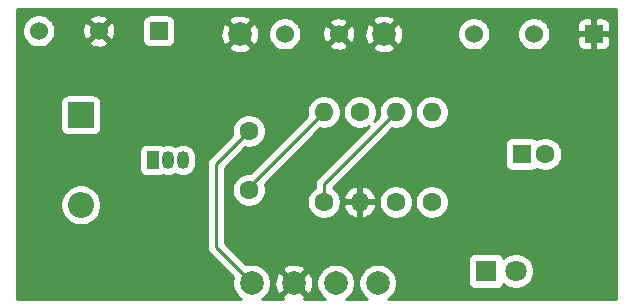
<source format=gbr>
G04 #@! TF.GenerationSoftware,KiCad,Pcbnew,(5.1.5-0-10_14)*
G04 #@! TF.CreationDate,2020-05-25T08:50:42-06:00*
G04 #@! TF.ProjectId,SHO,53484f2e-6b69-4636-9164-5f7063625858,rev?*
G04 #@! TF.SameCoordinates,Original*
G04 #@! TF.FileFunction,Copper,L2,Bot*
G04 #@! TF.FilePolarity,Positive*
%FSLAX46Y46*%
G04 Gerber Fmt 4.6, Leading zero omitted, Abs format (unit mm)*
G04 Created by KiCad (PCBNEW (5.1.5-0-10_14)) date 2020-05-25 08:50:42*
%MOMM*%
%LPD*%
G04 APERTURE LIST*
%ADD10C,1.524000*%
%ADD11R,1.524000X1.524000*%
%ADD12O,2.200000X2.200000*%
%ADD13R,2.200000X2.200000*%
%ADD14O,1.600000X1.600000*%
%ADD15C,1.600000*%
%ADD16C,2.000000*%
%ADD17C,1.800000*%
%ADD18R,1.800000X1.800000*%
%ADD19R,1.600000X1.600000*%
%ADD20R,1.050000X1.500000*%
%ADD21O,1.050000X1.500000*%
%ADD22C,0.250000*%
%ADD23C,0.254000*%
G04 APERTURE END LIST*
D10*
X191262000Y-96774000D03*
X196342000Y-96774000D03*
D11*
X201422000Y-96774000D03*
D10*
X154432000Y-96520000D03*
X159512000Y-96520000D03*
D11*
X164592000Y-96520000D03*
D12*
X157988000Y-111252000D03*
D13*
X157988000Y-103632000D03*
D10*
X179832000Y-96774000D03*
X175260000Y-96774000D03*
D14*
X187706000Y-103378000D03*
D15*
X187706000Y-110998000D03*
D16*
X183642000Y-96774000D03*
X171450000Y-96774000D03*
X183134000Y-117856000D03*
X176022000Y-117856000D03*
X179578000Y-117856000D03*
X172466000Y-117856000D03*
D17*
X194818000Y-116840000D03*
D18*
X192278000Y-116840000D03*
D15*
X181610000Y-103378000D03*
D14*
X181610000Y-110998000D03*
D15*
X172212000Y-109982000D03*
X172212000Y-104982000D03*
X197326000Y-106934000D03*
D19*
X195326000Y-106934000D03*
D20*
X164084000Y-107442000D03*
D21*
X166624000Y-107442000D03*
X165354000Y-107442000D03*
D15*
X178562000Y-110998000D03*
D14*
X178562000Y-103378000D03*
D15*
X184658000Y-110998000D03*
D14*
X184658000Y-103378000D03*
D22*
X172212000Y-109728000D02*
X172212000Y-109982000D01*
X178562000Y-103378000D02*
X172212000Y-109728000D01*
X178562000Y-109474000D02*
X178562000Y-110998000D01*
X184658000Y-103378000D02*
X178562000Y-109474000D01*
X171466001Y-116856001D02*
X172466000Y-117856000D01*
X169418000Y-114808000D02*
X171466001Y-116856001D01*
X169418000Y-107776000D02*
X169418000Y-114808000D01*
X172212000Y-104982000D02*
X169418000Y-107776000D01*
X192278000Y-116840000D02*
X192532000Y-116586000D01*
D23*
G36*
X203302001Y-119228000D02*
G01*
X184023579Y-119228000D01*
X184176252Y-119125987D01*
X184403987Y-118898252D01*
X184582918Y-118630463D01*
X184706168Y-118332912D01*
X184769000Y-118017033D01*
X184769000Y-117694967D01*
X184706168Y-117379088D01*
X184582918Y-117081537D01*
X184403987Y-116813748D01*
X184176252Y-116586013D01*
X183908463Y-116407082D01*
X183610912Y-116283832D01*
X183295033Y-116221000D01*
X182972967Y-116221000D01*
X182657088Y-116283832D01*
X182359537Y-116407082D01*
X182091748Y-116586013D01*
X181864013Y-116813748D01*
X181685082Y-117081537D01*
X181561832Y-117379088D01*
X181499000Y-117694967D01*
X181499000Y-118017033D01*
X181561832Y-118332912D01*
X181685082Y-118630463D01*
X181864013Y-118898252D01*
X182091748Y-119125987D01*
X182244421Y-119228000D01*
X180467579Y-119228000D01*
X180620252Y-119125987D01*
X180847987Y-118898252D01*
X181026918Y-118630463D01*
X181150168Y-118332912D01*
X181213000Y-118017033D01*
X181213000Y-117694967D01*
X181150168Y-117379088D01*
X181026918Y-117081537D01*
X180847987Y-116813748D01*
X180620252Y-116586013D01*
X180352463Y-116407082D01*
X180054912Y-116283832D01*
X179739033Y-116221000D01*
X179416967Y-116221000D01*
X179101088Y-116283832D01*
X178803537Y-116407082D01*
X178535748Y-116586013D01*
X178308013Y-116813748D01*
X178129082Y-117081537D01*
X178005832Y-117379088D01*
X177943000Y-117694967D01*
X177943000Y-118017033D01*
X178005832Y-118332912D01*
X178129082Y-118630463D01*
X178308013Y-118898252D01*
X178535748Y-119125987D01*
X178688421Y-119228000D01*
X176892118Y-119228000D01*
X176977808Y-118991413D01*
X176022000Y-118035605D01*
X175066192Y-118991413D01*
X175151882Y-119228000D01*
X173355579Y-119228000D01*
X173508252Y-119125987D01*
X173735987Y-118898252D01*
X173914918Y-118630463D01*
X174038168Y-118332912D01*
X174101000Y-118017033D01*
X174101000Y-117918595D01*
X174380282Y-117918595D01*
X174424039Y-118237675D01*
X174529205Y-118542088D01*
X174622186Y-118716044D01*
X174886587Y-118811808D01*
X175842395Y-117856000D01*
X176201605Y-117856000D01*
X177157413Y-118811808D01*
X177421814Y-118716044D01*
X177562704Y-118426429D01*
X177644384Y-118114892D01*
X177663718Y-117793405D01*
X177619961Y-117474325D01*
X177514795Y-117169912D01*
X177421814Y-116995956D01*
X177157413Y-116900192D01*
X176201605Y-117856000D01*
X175842395Y-117856000D01*
X174886587Y-116900192D01*
X174622186Y-116995956D01*
X174481296Y-117285571D01*
X174399616Y-117597108D01*
X174380282Y-117918595D01*
X174101000Y-117918595D01*
X174101000Y-117694967D01*
X174038168Y-117379088D01*
X173914918Y-117081537D01*
X173735987Y-116813748D01*
X173642826Y-116720587D01*
X175066192Y-116720587D01*
X176022000Y-117676395D01*
X176977808Y-116720587D01*
X176882044Y-116456186D01*
X176592429Y-116315296D01*
X176280892Y-116233616D01*
X175959405Y-116214282D01*
X175640325Y-116258039D01*
X175335912Y-116363205D01*
X175161956Y-116456186D01*
X175066192Y-116720587D01*
X173642826Y-116720587D01*
X173508252Y-116586013D01*
X173240463Y-116407082D01*
X172942912Y-116283832D01*
X172627033Y-116221000D01*
X172304967Y-116221000D01*
X171989088Y-116283832D01*
X171974625Y-116289823D01*
X171624802Y-115940000D01*
X190739928Y-115940000D01*
X190739928Y-117740000D01*
X190752188Y-117864482D01*
X190788498Y-117984180D01*
X190847463Y-118094494D01*
X190926815Y-118191185D01*
X191023506Y-118270537D01*
X191133820Y-118329502D01*
X191253518Y-118365812D01*
X191378000Y-118378072D01*
X193178000Y-118378072D01*
X193302482Y-118365812D01*
X193422180Y-118329502D01*
X193532494Y-118270537D01*
X193629185Y-118191185D01*
X193708537Y-118094494D01*
X193767502Y-117984180D01*
X193773056Y-117965873D01*
X193839495Y-118032312D01*
X194090905Y-118200299D01*
X194370257Y-118316011D01*
X194666816Y-118375000D01*
X194969184Y-118375000D01*
X195265743Y-118316011D01*
X195545095Y-118200299D01*
X195796505Y-118032312D01*
X196010312Y-117818505D01*
X196178299Y-117567095D01*
X196294011Y-117287743D01*
X196353000Y-116991184D01*
X196353000Y-116688816D01*
X196294011Y-116392257D01*
X196178299Y-116112905D01*
X196010312Y-115861495D01*
X195796505Y-115647688D01*
X195545095Y-115479701D01*
X195265743Y-115363989D01*
X194969184Y-115305000D01*
X194666816Y-115305000D01*
X194370257Y-115363989D01*
X194090905Y-115479701D01*
X193839495Y-115647688D01*
X193773056Y-115714127D01*
X193767502Y-115695820D01*
X193708537Y-115585506D01*
X193629185Y-115488815D01*
X193532494Y-115409463D01*
X193422180Y-115350498D01*
X193302482Y-115314188D01*
X193178000Y-115301928D01*
X191378000Y-115301928D01*
X191253518Y-115314188D01*
X191133820Y-115350498D01*
X191023506Y-115409463D01*
X190926815Y-115488815D01*
X190847463Y-115585506D01*
X190788498Y-115695820D01*
X190752188Y-115815518D01*
X190739928Y-115940000D01*
X171624802Y-115940000D01*
X170178000Y-114493199D01*
X170178000Y-109840665D01*
X170777000Y-109840665D01*
X170777000Y-110123335D01*
X170832147Y-110400574D01*
X170940320Y-110661727D01*
X171097363Y-110896759D01*
X171297241Y-111096637D01*
X171532273Y-111253680D01*
X171793426Y-111361853D01*
X172070665Y-111417000D01*
X172353335Y-111417000D01*
X172630574Y-111361853D01*
X172891727Y-111253680D01*
X173126759Y-111096637D01*
X173326637Y-110896759D01*
X173353426Y-110856665D01*
X177127000Y-110856665D01*
X177127000Y-111139335D01*
X177182147Y-111416574D01*
X177290320Y-111677727D01*
X177447363Y-111912759D01*
X177647241Y-112112637D01*
X177882273Y-112269680D01*
X178143426Y-112377853D01*
X178420665Y-112433000D01*
X178703335Y-112433000D01*
X178980574Y-112377853D01*
X179241727Y-112269680D01*
X179476759Y-112112637D01*
X179676637Y-111912759D01*
X179833680Y-111677727D01*
X179941853Y-111416574D01*
X179955684Y-111347040D01*
X180218091Y-111347040D01*
X180312930Y-111611881D01*
X180457615Y-111853131D01*
X180646586Y-112061519D01*
X180872580Y-112229037D01*
X181126913Y-112349246D01*
X181260961Y-112389904D01*
X181483000Y-112267915D01*
X181483000Y-111125000D01*
X181737000Y-111125000D01*
X181737000Y-112267915D01*
X181959039Y-112389904D01*
X182093087Y-112349246D01*
X182347420Y-112229037D01*
X182573414Y-112061519D01*
X182762385Y-111853131D01*
X182907070Y-111611881D01*
X183001909Y-111347040D01*
X182880624Y-111125000D01*
X181737000Y-111125000D01*
X181483000Y-111125000D01*
X180339376Y-111125000D01*
X180218091Y-111347040D01*
X179955684Y-111347040D01*
X179997000Y-111139335D01*
X179997000Y-110856665D01*
X179955685Y-110648960D01*
X180218091Y-110648960D01*
X180339376Y-110871000D01*
X181483000Y-110871000D01*
X181483000Y-109728085D01*
X181737000Y-109728085D01*
X181737000Y-110871000D01*
X182880624Y-110871000D01*
X182888454Y-110856665D01*
X183223000Y-110856665D01*
X183223000Y-111139335D01*
X183278147Y-111416574D01*
X183386320Y-111677727D01*
X183543363Y-111912759D01*
X183743241Y-112112637D01*
X183978273Y-112269680D01*
X184239426Y-112377853D01*
X184516665Y-112433000D01*
X184799335Y-112433000D01*
X185076574Y-112377853D01*
X185337727Y-112269680D01*
X185572759Y-112112637D01*
X185772637Y-111912759D01*
X185929680Y-111677727D01*
X186037853Y-111416574D01*
X186093000Y-111139335D01*
X186093000Y-110856665D01*
X186271000Y-110856665D01*
X186271000Y-111139335D01*
X186326147Y-111416574D01*
X186434320Y-111677727D01*
X186591363Y-111912759D01*
X186791241Y-112112637D01*
X187026273Y-112269680D01*
X187287426Y-112377853D01*
X187564665Y-112433000D01*
X187847335Y-112433000D01*
X188124574Y-112377853D01*
X188385727Y-112269680D01*
X188620759Y-112112637D01*
X188820637Y-111912759D01*
X188977680Y-111677727D01*
X189085853Y-111416574D01*
X189141000Y-111139335D01*
X189141000Y-110856665D01*
X189085853Y-110579426D01*
X188977680Y-110318273D01*
X188820637Y-110083241D01*
X188620759Y-109883363D01*
X188385727Y-109726320D01*
X188124574Y-109618147D01*
X187847335Y-109563000D01*
X187564665Y-109563000D01*
X187287426Y-109618147D01*
X187026273Y-109726320D01*
X186791241Y-109883363D01*
X186591363Y-110083241D01*
X186434320Y-110318273D01*
X186326147Y-110579426D01*
X186271000Y-110856665D01*
X186093000Y-110856665D01*
X186037853Y-110579426D01*
X185929680Y-110318273D01*
X185772637Y-110083241D01*
X185572759Y-109883363D01*
X185337727Y-109726320D01*
X185076574Y-109618147D01*
X184799335Y-109563000D01*
X184516665Y-109563000D01*
X184239426Y-109618147D01*
X183978273Y-109726320D01*
X183743241Y-109883363D01*
X183543363Y-110083241D01*
X183386320Y-110318273D01*
X183278147Y-110579426D01*
X183223000Y-110856665D01*
X182888454Y-110856665D01*
X183001909Y-110648960D01*
X182907070Y-110384119D01*
X182762385Y-110142869D01*
X182573414Y-109934481D01*
X182347420Y-109766963D01*
X182093087Y-109646754D01*
X181959039Y-109606096D01*
X181737000Y-109728085D01*
X181483000Y-109728085D01*
X181260961Y-109606096D01*
X181126913Y-109646754D01*
X180872580Y-109766963D01*
X180646586Y-109934481D01*
X180457615Y-110142869D01*
X180312930Y-110384119D01*
X180218091Y-110648960D01*
X179955685Y-110648960D01*
X179941853Y-110579426D01*
X179833680Y-110318273D01*
X179676637Y-110083241D01*
X179476759Y-109883363D01*
X179327302Y-109783499D01*
X182976801Y-106134000D01*
X193887928Y-106134000D01*
X193887928Y-107734000D01*
X193900188Y-107858482D01*
X193936498Y-107978180D01*
X193995463Y-108088494D01*
X194074815Y-108185185D01*
X194171506Y-108264537D01*
X194281820Y-108323502D01*
X194401518Y-108359812D01*
X194526000Y-108372072D01*
X196126000Y-108372072D01*
X196250482Y-108359812D01*
X196370180Y-108323502D01*
X196480494Y-108264537D01*
X196577185Y-108185185D01*
X196590790Y-108168607D01*
X196646273Y-108205680D01*
X196907426Y-108313853D01*
X197184665Y-108369000D01*
X197467335Y-108369000D01*
X197744574Y-108313853D01*
X198005727Y-108205680D01*
X198240759Y-108048637D01*
X198440637Y-107848759D01*
X198597680Y-107613727D01*
X198705853Y-107352574D01*
X198761000Y-107075335D01*
X198761000Y-106792665D01*
X198705853Y-106515426D01*
X198597680Y-106254273D01*
X198440637Y-106019241D01*
X198240759Y-105819363D01*
X198005727Y-105662320D01*
X197744574Y-105554147D01*
X197467335Y-105499000D01*
X197184665Y-105499000D01*
X196907426Y-105554147D01*
X196646273Y-105662320D01*
X196590790Y-105699393D01*
X196577185Y-105682815D01*
X196480494Y-105603463D01*
X196370180Y-105544498D01*
X196250482Y-105508188D01*
X196126000Y-105495928D01*
X194526000Y-105495928D01*
X194401518Y-105508188D01*
X194281820Y-105544498D01*
X194171506Y-105603463D01*
X194074815Y-105682815D01*
X193995463Y-105779506D01*
X193936498Y-105889820D01*
X193900188Y-106009518D01*
X193887928Y-106134000D01*
X182976801Y-106134000D01*
X184334114Y-104776688D01*
X184516665Y-104813000D01*
X184799335Y-104813000D01*
X185076574Y-104757853D01*
X185337727Y-104649680D01*
X185572759Y-104492637D01*
X185772637Y-104292759D01*
X185929680Y-104057727D01*
X186037853Y-103796574D01*
X186093000Y-103519335D01*
X186093000Y-103236665D01*
X186271000Y-103236665D01*
X186271000Y-103519335D01*
X186326147Y-103796574D01*
X186434320Y-104057727D01*
X186591363Y-104292759D01*
X186791241Y-104492637D01*
X187026273Y-104649680D01*
X187287426Y-104757853D01*
X187564665Y-104813000D01*
X187847335Y-104813000D01*
X188124574Y-104757853D01*
X188385727Y-104649680D01*
X188620759Y-104492637D01*
X188820637Y-104292759D01*
X188977680Y-104057727D01*
X189085853Y-103796574D01*
X189141000Y-103519335D01*
X189141000Y-103236665D01*
X189085853Y-102959426D01*
X188977680Y-102698273D01*
X188820637Y-102463241D01*
X188620759Y-102263363D01*
X188385727Y-102106320D01*
X188124574Y-101998147D01*
X187847335Y-101943000D01*
X187564665Y-101943000D01*
X187287426Y-101998147D01*
X187026273Y-102106320D01*
X186791241Y-102263363D01*
X186591363Y-102463241D01*
X186434320Y-102698273D01*
X186326147Y-102959426D01*
X186271000Y-103236665D01*
X186093000Y-103236665D01*
X186037853Y-102959426D01*
X185929680Y-102698273D01*
X185772637Y-102463241D01*
X185572759Y-102263363D01*
X185337727Y-102106320D01*
X185076574Y-101998147D01*
X184799335Y-101943000D01*
X184516665Y-101943000D01*
X184239426Y-101998147D01*
X183978273Y-102106320D01*
X183743241Y-102263363D01*
X183543363Y-102463241D01*
X183386320Y-102698273D01*
X183278147Y-102959426D01*
X183223000Y-103236665D01*
X183223000Y-103519335D01*
X183259312Y-103701886D01*
X182837800Y-104123398D01*
X182881680Y-104057727D01*
X182989853Y-103796574D01*
X183045000Y-103519335D01*
X183045000Y-103236665D01*
X182989853Y-102959426D01*
X182881680Y-102698273D01*
X182724637Y-102463241D01*
X182524759Y-102263363D01*
X182289727Y-102106320D01*
X182028574Y-101998147D01*
X181751335Y-101943000D01*
X181468665Y-101943000D01*
X181191426Y-101998147D01*
X180930273Y-102106320D01*
X180695241Y-102263363D01*
X180495363Y-102463241D01*
X180338320Y-102698273D01*
X180230147Y-102959426D01*
X180175000Y-103236665D01*
X180175000Y-103519335D01*
X180230147Y-103796574D01*
X180338320Y-104057727D01*
X180495363Y-104292759D01*
X180695241Y-104492637D01*
X180930273Y-104649680D01*
X181191426Y-104757853D01*
X181468665Y-104813000D01*
X181751335Y-104813000D01*
X182028574Y-104757853D01*
X182289727Y-104649680D01*
X182355398Y-104605800D01*
X178051003Y-108910196D01*
X178021999Y-108933999D01*
X177966871Y-109001174D01*
X177927026Y-109049724D01*
X177856455Y-109181753D01*
X177856454Y-109181754D01*
X177812997Y-109325015D01*
X177802000Y-109436668D01*
X177802000Y-109436678D01*
X177798324Y-109474000D01*
X177802000Y-109511323D01*
X177802000Y-109779956D01*
X177647241Y-109883363D01*
X177447363Y-110083241D01*
X177290320Y-110318273D01*
X177182147Y-110579426D01*
X177127000Y-110856665D01*
X173353426Y-110856665D01*
X173483680Y-110661727D01*
X173591853Y-110400574D01*
X173647000Y-110123335D01*
X173647000Y-109840665D01*
X173591853Y-109563426D01*
X173550708Y-109464093D01*
X178238114Y-104776688D01*
X178420665Y-104813000D01*
X178703335Y-104813000D01*
X178980574Y-104757853D01*
X179241727Y-104649680D01*
X179476759Y-104492637D01*
X179676637Y-104292759D01*
X179833680Y-104057727D01*
X179941853Y-103796574D01*
X179997000Y-103519335D01*
X179997000Y-103236665D01*
X179941853Y-102959426D01*
X179833680Y-102698273D01*
X179676637Y-102463241D01*
X179476759Y-102263363D01*
X179241727Y-102106320D01*
X178980574Y-101998147D01*
X178703335Y-101943000D01*
X178420665Y-101943000D01*
X178143426Y-101998147D01*
X177882273Y-102106320D01*
X177647241Y-102263363D01*
X177447363Y-102463241D01*
X177290320Y-102698273D01*
X177182147Y-102959426D01*
X177127000Y-103236665D01*
X177127000Y-103519335D01*
X177163312Y-103701886D01*
X172318199Y-108547000D01*
X172070665Y-108547000D01*
X171793426Y-108602147D01*
X171532273Y-108710320D01*
X171297241Y-108867363D01*
X171097363Y-109067241D01*
X170940320Y-109302273D01*
X170832147Y-109563426D01*
X170777000Y-109840665D01*
X170178000Y-109840665D01*
X170178000Y-108090801D01*
X171888114Y-106380688D01*
X172070665Y-106417000D01*
X172353335Y-106417000D01*
X172630574Y-106361853D01*
X172891727Y-106253680D01*
X173126759Y-106096637D01*
X173326637Y-105896759D01*
X173483680Y-105661727D01*
X173591853Y-105400574D01*
X173647000Y-105123335D01*
X173647000Y-104840665D01*
X173591853Y-104563426D01*
X173483680Y-104302273D01*
X173326637Y-104067241D01*
X173126759Y-103867363D01*
X172891727Y-103710320D01*
X172630574Y-103602147D01*
X172353335Y-103547000D01*
X172070665Y-103547000D01*
X171793426Y-103602147D01*
X171532273Y-103710320D01*
X171297241Y-103867363D01*
X171097363Y-104067241D01*
X170940320Y-104302273D01*
X170832147Y-104563426D01*
X170777000Y-104840665D01*
X170777000Y-105123335D01*
X170813312Y-105305886D01*
X168907003Y-107212196D01*
X168877999Y-107235999D01*
X168822871Y-107303174D01*
X168783026Y-107351724D01*
X168782572Y-107352574D01*
X168712454Y-107483754D01*
X168668997Y-107627015D01*
X168658000Y-107738668D01*
X168658000Y-107738678D01*
X168654324Y-107776000D01*
X168658000Y-107813323D01*
X168658001Y-114770668D01*
X168654324Y-114808000D01*
X168668998Y-114956985D01*
X168712454Y-115100246D01*
X168783026Y-115232276D01*
X168840189Y-115301928D01*
X168878000Y-115348001D01*
X168906998Y-115371799D01*
X170899823Y-117364625D01*
X170893832Y-117379088D01*
X170831000Y-117694967D01*
X170831000Y-118017033D01*
X170893832Y-118332912D01*
X171017082Y-118630463D01*
X171196013Y-118898252D01*
X171423748Y-119125987D01*
X171576421Y-119228000D01*
X152552000Y-119228000D01*
X152552000Y-111081117D01*
X156253000Y-111081117D01*
X156253000Y-111422883D01*
X156319675Y-111758081D01*
X156450463Y-112073831D01*
X156640337Y-112357998D01*
X156882002Y-112599663D01*
X157166169Y-112789537D01*
X157481919Y-112920325D01*
X157817117Y-112987000D01*
X158158883Y-112987000D01*
X158494081Y-112920325D01*
X158809831Y-112789537D01*
X159093998Y-112599663D01*
X159335663Y-112357998D01*
X159525537Y-112073831D01*
X159656325Y-111758081D01*
X159723000Y-111422883D01*
X159723000Y-111081117D01*
X159656325Y-110745919D01*
X159525537Y-110430169D01*
X159335663Y-110146002D01*
X159093998Y-109904337D01*
X158809831Y-109714463D01*
X158494081Y-109583675D01*
X158158883Y-109517000D01*
X157817117Y-109517000D01*
X157481919Y-109583675D01*
X157166169Y-109714463D01*
X156882002Y-109904337D01*
X156640337Y-110146002D01*
X156450463Y-110430169D01*
X156319675Y-110745919D01*
X156253000Y-111081117D01*
X152552000Y-111081117D01*
X152552000Y-106692000D01*
X162920928Y-106692000D01*
X162920928Y-108192000D01*
X162933188Y-108316482D01*
X162969498Y-108436180D01*
X163028463Y-108546494D01*
X163107815Y-108643185D01*
X163204506Y-108722537D01*
X163314820Y-108781502D01*
X163434518Y-108817812D01*
X163559000Y-108830072D01*
X164609000Y-108830072D01*
X164733482Y-108817812D01*
X164853180Y-108781502D01*
X164917902Y-108746907D01*
X165126601Y-108810215D01*
X165354000Y-108832612D01*
X165581400Y-108810215D01*
X165800060Y-108743885D01*
X165989001Y-108642894D01*
X166177941Y-108743885D01*
X166396601Y-108810215D01*
X166624000Y-108832612D01*
X166851400Y-108810215D01*
X167070060Y-108743885D01*
X167271579Y-108636171D01*
X167448212Y-108491212D01*
X167593171Y-108314579D01*
X167700885Y-108113059D01*
X167767215Y-107894399D01*
X167784000Y-107723978D01*
X167784000Y-107160021D01*
X167767215Y-106989600D01*
X167700885Y-106770940D01*
X167593171Y-106569421D01*
X167448212Y-106392788D01*
X167271578Y-106247829D01*
X167070059Y-106140115D01*
X166851399Y-106073785D01*
X166624000Y-106051388D01*
X166396600Y-106073785D01*
X166177940Y-106140115D01*
X165989000Y-106241106D01*
X165800059Y-106140115D01*
X165581399Y-106073785D01*
X165354000Y-106051388D01*
X165126600Y-106073785D01*
X164917902Y-106137093D01*
X164853180Y-106102498D01*
X164733482Y-106066188D01*
X164609000Y-106053928D01*
X163559000Y-106053928D01*
X163434518Y-106066188D01*
X163314820Y-106102498D01*
X163204506Y-106161463D01*
X163107815Y-106240815D01*
X163028463Y-106337506D01*
X162969498Y-106447820D01*
X162933188Y-106567518D01*
X162920928Y-106692000D01*
X152552000Y-106692000D01*
X152552000Y-102532000D01*
X156249928Y-102532000D01*
X156249928Y-104732000D01*
X156262188Y-104856482D01*
X156298498Y-104976180D01*
X156357463Y-105086494D01*
X156436815Y-105183185D01*
X156533506Y-105262537D01*
X156643820Y-105321502D01*
X156763518Y-105357812D01*
X156888000Y-105370072D01*
X159088000Y-105370072D01*
X159212482Y-105357812D01*
X159332180Y-105321502D01*
X159442494Y-105262537D01*
X159539185Y-105183185D01*
X159618537Y-105086494D01*
X159677502Y-104976180D01*
X159713812Y-104856482D01*
X159726072Y-104732000D01*
X159726072Y-102532000D01*
X159713812Y-102407518D01*
X159677502Y-102287820D01*
X159618537Y-102177506D01*
X159539185Y-102080815D01*
X159442494Y-102001463D01*
X159332180Y-101942498D01*
X159212482Y-101906188D01*
X159088000Y-101893928D01*
X156888000Y-101893928D01*
X156763518Y-101906188D01*
X156643820Y-101942498D01*
X156533506Y-102001463D01*
X156436815Y-102080815D01*
X156357463Y-102177506D01*
X156298498Y-102287820D01*
X156262188Y-102407518D01*
X156249928Y-102532000D01*
X152552000Y-102532000D01*
X152552000Y-96382408D01*
X153035000Y-96382408D01*
X153035000Y-96657592D01*
X153088686Y-96927490D01*
X153193995Y-97181727D01*
X153346880Y-97410535D01*
X153541465Y-97605120D01*
X153770273Y-97758005D01*
X154024510Y-97863314D01*
X154294408Y-97917000D01*
X154569592Y-97917000D01*
X154839490Y-97863314D01*
X155093727Y-97758005D01*
X155322535Y-97605120D01*
X155442090Y-97485565D01*
X158726040Y-97485565D01*
X158793020Y-97725656D01*
X159042048Y-97842756D01*
X159309135Y-97909023D01*
X159584017Y-97921910D01*
X159856133Y-97880922D01*
X160115023Y-97787636D01*
X160230980Y-97725656D01*
X160297960Y-97485565D01*
X159512000Y-96699605D01*
X158726040Y-97485565D01*
X155442090Y-97485565D01*
X155517120Y-97410535D01*
X155670005Y-97181727D01*
X155775314Y-96927490D01*
X155829000Y-96657592D01*
X155829000Y-96592017D01*
X158110090Y-96592017D01*
X158151078Y-96864133D01*
X158244364Y-97123023D01*
X158306344Y-97238980D01*
X158546435Y-97305960D01*
X159332395Y-96520000D01*
X159691605Y-96520000D01*
X160477565Y-97305960D01*
X160717656Y-97238980D01*
X160834756Y-96989952D01*
X160901023Y-96722865D01*
X160913910Y-96447983D01*
X160872922Y-96175867D01*
X160779636Y-95916977D01*
X160717656Y-95801020D01*
X160563451Y-95758000D01*
X163191928Y-95758000D01*
X163191928Y-97282000D01*
X163204188Y-97406482D01*
X163240498Y-97526180D01*
X163299463Y-97636494D01*
X163378815Y-97733185D01*
X163475506Y-97812537D01*
X163585820Y-97871502D01*
X163705518Y-97907812D01*
X163830000Y-97920072D01*
X165354000Y-97920072D01*
X165462226Y-97909413D01*
X170494192Y-97909413D01*
X170589956Y-98173814D01*
X170879571Y-98314704D01*
X171191108Y-98396384D01*
X171512595Y-98415718D01*
X171831675Y-98371961D01*
X172136088Y-98266795D01*
X172310044Y-98173814D01*
X172405808Y-97909413D01*
X171450000Y-96953605D01*
X170494192Y-97909413D01*
X165462226Y-97909413D01*
X165478482Y-97907812D01*
X165598180Y-97871502D01*
X165708494Y-97812537D01*
X165805185Y-97733185D01*
X165884537Y-97636494D01*
X165943502Y-97526180D01*
X165979812Y-97406482D01*
X165992072Y-97282000D01*
X165992072Y-96836595D01*
X169808282Y-96836595D01*
X169852039Y-97155675D01*
X169957205Y-97460088D01*
X170050186Y-97634044D01*
X170314587Y-97729808D01*
X171270395Y-96774000D01*
X171629605Y-96774000D01*
X172585413Y-97729808D01*
X172849814Y-97634044D01*
X172990704Y-97344429D01*
X173072384Y-97032892D01*
X173091718Y-96711405D01*
X173081434Y-96636408D01*
X173863000Y-96636408D01*
X173863000Y-96911592D01*
X173916686Y-97181490D01*
X174021995Y-97435727D01*
X174174880Y-97664535D01*
X174369465Y-97859120D01*
X174598273Y-98012005D01*
X174852510Y-98117314D01*
X175122408Y-98171000D01*
X175397592Y-98171000D01*
X175667490Y-98117314D01*
X175921727Y-98012005D01*
X176150535Y-97859120D01*
X176270090Y-97739565D01*
X179046040Y-97739565D01*
X179113020Y-97979656D01*
X179362048Y-98096756D01*
X179629135Y-98163023D01*
X179904017Y-98175910D01*
X180176133Y-98134922D01*
X180435023Y-98041636D01*
X180550980Y-97979656D01*
X180570576Y-97909413D01*
X182686192Y-97909413D01*
X182781956Y-98173814D01*
X183071571Y-98314704D01*
X183383108Y-98396384D01*
X183704595Y-98415718D01*
X184023675Y-98371961D01*
X184328088Y-98266795D01*
X184502044Y-98173814D01*
X184597808Y-97909413D01*
X183642000Y-96953605D01*
X182686192Y-97909413D01*
X180570576Y-97909413D01*
X180617960Y-97739565D01*
X179832000Y-96953605D01*
X179046040Y-97739565D01*
X176270090Y-97739565D01*
X176345120Y-97664535D01*
X176498005Y-97435727D01*
X176603314Y-97181490D01*
X176657000Y-96911592D01*
X176657000Y-96846017D01*
X178430090Y-96846017D01*
X178471078Y-97118133D01*
X178564364Y-97377023D01*
X178626344Y-97492980D01*
X178866435Y-97559960D01*
X179652395Y-96774000D01*
X180011605Y-96774000D01*
X180797565Y-97559960D01*
X181037656Y-97492980D01*
X181154756Y-97243952D01*
X181221023Y-96976865D01*
X181227599Y-96836595D01*
X182000282Y-96836595D01*
X182044039Y-97155675D01*
X182149205Y-97460088D01*
X182242186Y-97634044D01*
X182506587Y-97729808D01*
X183462395Y-96774000D01*
X183821605Y-96774000D01*
X184777413Y-97729808D01*
X185041814Y-97634044D01*
X185182704Y-97344429D01*
X185264384Y-97032892D01*
X185283718Y-96711405D01*
X185273434Y-96636408D01*
X189865000Y-96636408D01*
X189865000Y-96911592D01*
X189918686Y-97181490D01*
X190023995Y-97435727D01*
X190176880Y-97664535D01*
X190371465Y-97859120D01*
X190600273Y-98012005D01*
X190854510Y-98117314D01*
X191124408Y-98171000D01*
X191399592Y-98171000D01*
X191669490Y-98117314D01*
X191923727Y-98012005D01*
X192152535Y-97859120D01*
X192347120Y-97664535D01*
X192500005Y-97435727D01*
X192605314Y-97181490D01*
X192659000Y-96911592D01*
X192659000Y-96636408D01*
X194945000Y-96636408D01*
X194945000Y-96911592D01*
X194998686Y-97181490D01*
X195103995Y-97435727D01*
X195256880Y-97664535D01*
X195451465Y-97859120D01*
X195680273Y-98012005D01*
X195934510Y-98117314D01*
X196204408Y-98171000D01*
X196479592Y-98171000D01*
X196749490Y-98117314D01*
X197003727Y-98012005D01*
X197232535Y-97859120D01*
X197427120Y-97664535D01*
X197513004Y-97536000D01*
X200021928Y-97536000D01*
X200034188Y-97660482D01*
X200070498Y-97780180D01*
X200129463Y-97890494D01*
X200208815Y-97987185D01*
X200305506Y-98066537D01*
X200415820Y-98125502D01*
X200535518Y-98161812D01*
X200660000Y-98174072D01*
X201136250Y-98171000D01*
X201295000Y-98012250D01*
X201295000Y-96901000D01*
X201549000Y-96901000D01*
X201549000Y-98012250D01*
X201707750Y-98171000D01*
X202184000Y-98174072D01*
X202308482Y-98161812D01*
X202428180Y-98125502D01*
X202538494Y-98066537D01*
X202635185Y-97987185D01*
X202714537Y-97890494D01*
X202773502Y-97780180D01*
X202809812Y-97660482D01*
X202822072Y-97536000D01*
X202819000Y-97059750D01*
X202660250Y-96901000D01*
X201549000Y-96901000D01*
X201295000Y-96901000D01*
X200183750Y-96901000D01*
X200025000Y-97059750D01*
X200021928Y-97536000D01*
X197513004Y-97536000D01*
X197580005Y-97435727D01*
X197685314Y-97181490D01*
X197739000Y-96911592D01*
X197739000Y-96636408D01*
X197685314Y-96366510D01*
X197580005Y-96112273D01*
X197513005Y-96012000D01*
X200021928Y-96012000D01*
X200025000Y-96488250D01*
X200183750Y-96647000D01*
X201295000Y-96647000D01*
X201295000Y-95535750D01*
X201549000Y-95535750D01*
X201549000Y-96647000D01*
X202660250Y-96647000D01*
X202819000Y-96488250D01*
X202822072Y-96012000D01*
X202809812Y-95887518D01*
X202773502Y-95767820D01*
X202714537Y-95657506D01*
X202635185Y-95560815D01*
X202538494Y-95481463D01*
X202428180Y-95422498D01*
X202308482Y-95386188D01*
X202184000Y-95373928D01*
X201707750Y-95377000D01*
X201549000Y-95535750D01*
X201295000Y-95535750D01*
X201136250Y-95377000D01*
X200660000Y-95373928D01*
X200535518Y-95386188D01*
X200415820Y-95422498D01*
X200305506Y-95481463D01*
X200208815Y-95560815D01*
X200129463Y-95657506D01*
X200070498Y-95767820D01*
X200034188Y-95887518D01*
X200021928Y-96012000D01*
X197513005Y-96012000D01*
X197427120Y-95883465D01*
X197232535Y-95688880D01*
X197003727Y-95535995D01*
X196749490Y-95430686D01*
X196479592Y-95377000D01*
X196204408Y-95377000D01*
X195934510Y-95430686D01*
X195680273Y-95535995D01*
X195451465Y-95688880D01*
X195256880Y-95883465D01*
X195103995Y-96112273D01*
X194998686Y-96366510D01*
X194945000Y-96636408D01*
X192659000Y-96636408D01*
X192605314Y-96366510D01*
X192500005Y-96112273D01*
X192347120Y-95883465D01*
X192152535Y-95688880D01*
X191923727Y-95535995D01*
X191669490Y-95430686D01*
X191399592Y-95377000D01*
X191124408Y-95377000D01*
X190854510Y-95430686D01*
X190600273Y-95535995D01*
X190371465Y-95688880D01*
X190176880Y-95883465D01*
X190023995Y-96112273D01*
X189918686Y-96366510D01*
X189865000Y-96636408D01*
X185273434Y-96636408D01*
X185239961Y-96392325D01*
X185134795Y-96087912D01*
X185041814Y-95913956D01*
X184777413Y-95818192D01*
X183821605Y-96774000D01*
X183462395Y-96774000D01*
X182506587Y-95818192D01*
X182242186Y-95913956D01*
X182101296Y-96203571D01*
X182019616Y-96515108D01*
X182000282Y-96836595D01*
X181227599Y-96836595D01*
X181233910Y-96701983D01*
X181192922Y-96429867D01*
X181099636Y-96170977D01*
X181037656Y-96055020D01*
X180797565Y-95988040D01*
X180011605Y-96774000D01*
X179652395Y-96774000D01*
X178866435Y-95988040D01*
X178626344Y-96055020D01*
X178509244Y-96304048D01*
X178442977Y-96571135D01*
X178430090Y-96846017D01*
X176657000Y-96846017D01*
X176657000Y-96636408D01*
X176603314Y-96366510D01*
X176498005Y-96112273D01*
X176345120Y-95883465D01*
X176270090Y-95808435D01*
X179046040Y-95808435D01*
X179832000Y-96594395D01*
X180617960Y-95808435D01*
X180570577Y-95638587D01*
X182686192Y-95638587D01*
X183642000Y-96594395D01*
X184597808Y-95638587D01*
X184502044Y-95374186D01*
X184212429Y-95233296D01*
X183900892Y-95151616D01*
X183579405Y-95132282D01*
X183260325Y-95176039D01*
X182955912Y-95281205D01*
X182781956Y-95374186D01*
X182686192Y-95638587D01*
X180570577Y-95638587D01*
X180550980Y-95568344D01*
X180301952Y-95451244D01*
X180034865Y-95384977D01*
X179759983Y-95372090D01*
X179487867Y-95413078D01*
X179228977Y-95506364D01*
X179113020Y-95568344D01*
X179046040Y-95808435D01*
X176270090Y-95808435D01*
X176150535Y-95688880D01*
X175921727Y-95535995D01*
X175667490Y-95430686D01*
X175397592Y-95377000D01*
X175122408Y-95377000D01*
X174852510Y-95430686D01*
X174598273Y-95535995D01*
X174369465Y-95688880D01*
X174174880Y-95883465D01*
X174021995Y-96112273D01*
X173916686Y-96366510D01*
X173863000Y-96636408D01*
X173081434Y-96636408D01*
X173047961Y-96392325D01*
X172942795Y-96087912D01*
X172849814Y-95913956D01*
X172585413Y-95818192D01*
X171629605Y-96774000D01*
X171270395Y-96774000D01*
X170314587Y-95818192D01*
X170050186Y-95913956D01*
X169909296Y-96203571D01*
X169827616Y-96515108D01*
X169808282Y-96836595D01*
X165992072Y-96836595D01*
X165992072Y-95758000D01*
X165980312Y-95638587D01*
X170494192Y-95638587D01*
X171450000Y-96594395D01*
X172405808Y-95638587D01*
X172310044Y-95374186D01*
X172020429Y-95233296D01*
X171708892Y-95151616D01*
X171387405Y-95132282D01*
X171068325Y-95176039D01*
X170763912Y-95281205D01*
X170589956Y-95374186D01*
X170494192Y-95638587D01*
X165980312Y-95638587D01*
X165979812Y-95633518D01*
X165943502Y-95513820D01*
X165884537Y-95403506D01*
X165805185Y-95306815D01*
X165708494Y-95227463D01*
X165598180Y-95168498D01*
X165478482Y-95132188D01*
X165354000Y-95119928D01*
X163830000Y-95119928D01*
X163705518Y-95132188D01*
X163585820Y-95168498D01*
X163475506Y-95227463D01*
X163378815Y-95306815D01*
X163299463Y-95403506D01*
X163240498Y-95513820D01*
X163204188Y-95633518D01*
X163191928Y-95758000D01*
X160563451Y-95758000D01*
X160477565Y-95734040D01*
X159691605Y-96520000D01*
X159332395Y-96520000D01*
X158546435Y-95734040D01*
X158306344Y-95801020D01*
X158189244Y-96050048D01*
X158122977Y-96317135D01*
X158110090Y-96592017D01*
X155829000Y-96592017D01*
X155829000Y-96382408D01*
X155775314Y-96112510D01*
X155670005Y-95858273D01*
X155517120Y-95629465D01*
X155442090Y-95554435D01*
X158726040Y-95554435D01*
X159512000Y-96340395D01*
X160297960Y-95554435D01*
X160230980Y-95314344D01*
X159981952Y-95197244D01*
X159714865Y-95130977D01*
X159439983Y-95118090D01*
X159167867Y-95159078D01*
X158908977Y-95252364D01*
X158793020Y-95314344D01*
X158726040Y-95554435D01*
X155442090Y-95554435D01*
X155322535Y-95434880D01*
X155093727Y-95281995D01*
X154839490Y-95176686D01*
X154569592Y-95123000D01*
X154294408Y-95123000D01*
X154024510Y-95176686D01*
X153770273Y-95281995D01*
X153541465Y-95434880D01*
X153346880Y-95629465D01*
X153193995Y-95858273D01*
X153088686Y-96112510D01*
X153035000Y-96382408D01*
X152552000Y-96382408D01*
X152552000Y-94640000D01*
X203302000Y-94640000D01*
X203302001Y-119228000D01*
G37*
X203302001Y-119228000D02*
X184023579Y-119228000D01*
X184176252Y-119125987D01*
X184403987Y-118898252D01*
X184582918Y-118630463D01*
X184706168Y-118332912D01*
X184769000Y-118017033D01*
X184769000Y-117694967D01*
X184706168Y-117379088D01*
X184582918Y-117081537D01*
X184403987Y-116813748D01*
X184176252Y-116586013D01*
X183908463Y-116407082D01*
X183610912Y-116283832D01*
X183295033Y-116221000D01*
X182972967Y-116221000D01*
X182657088Y-116283832D01*
X182359537Y-116407082D01*
X182091748Y-116586013D01*
X181864013Y-116813748D01*
X181685082Y-117081537D01*
X181561832Y-117379088D01*
X181499000Y-117694967D01*
X181499000Y-118017033D01*
X181561832Y-118332912D01*
X181685082Y-118630463D01*
X181864013Y-118898252D01*
X182091748Y-119125987D01*
X182244421Y-119228000D01*
X180467579Y-119228000D01*
X180620252Y-119125987D01*
X180847987Y-118898252D01*
X181026918Y-118630463D01*
X181150168Y-118332912D01*
X181213000Y-118017033D01*
X181213000Y-117694967D01*
X181150168Y-117379088D01*
X181026918Y-117081537D01*
X180847987Y-116813748D01*
X180620252Y-116586013D01*
X180352463Y-116407082D01*
X180054912Y-116283832D01*
X179739033Y-116221000D01*
X179416967Y-116221000D01*
X179101088Y-116283832D01*
X178803537Y-116407082D01*
X178535748Y-116586013D01*
X178308013Y-116813748D01*
X178129082Y-117081537D01*
X178005832Y-117379088D01*
X177943000Y-117694967D01*
X177943000Y-118017033D01*
X178005832Y-118332912D01*
X178129082Y-118630463D01*
X178308013Y-118898252D01*
X178535748Y-119125987D01*
X178688421Y-119228000D01*
X176892118Y-119228000D01*
X176977808Y-118991413D01*
X176022000Y-118035605D01*
X175066192Y-118991413D01*
X175151882Y-119228000D01*
X173355579Y-119228000D01*
X173508252Y-119125987D01*
X173735987Y-118898252D01*
X173914918Y-118630463D01*
X174038168Y-118332912D01*
X174101000Y-118017033D01*
X174101000Y-117918595D01*
X174380282Y-117918595D01*
X174424039Y-118237675D01*
X174529205Y-118542088D01*
X174622186Y-118716044D01*
X174886587Y-118811808D01*
X175842395Y-117856000D01*
X176201605Y-117856000D01*
X177157413Y-118811808D01*
X177421814Y-118716044D01*
X177562704Y-118426429D01*
X177644384Y-118114892D01*
X177663718Y-117793405D01*
X177619961Y-117474325D01*
X177514795Y-117169912D01*
X177421814Y-116995956D01*
X177157413Y-116900192D01*
X176201605Y-117856000D01*
X175842395Y-117856000D01*
X174886587Y-116900192D01*
X174622186Y-116995956D01*
X174481296Y-117285571D01*
X174399616Y-117597108D01*
X174380282Y-117918595D01*
X174101000Y-117918595D01*
X174101000Y-117694967D01*
X174038168Y-117379088D01*
X173914918Y-117081537D01*
X173735987Y-116813748D01*
X173642826Y-116720587D01*
X175066192Y-116720587D01*
X176022000Y-117676395D01*
X176977808Y-116720587D01*
X176882044Y-116456186D01*
X176592429Y-116315296D01*
X176280892Y-116233616D01*
X175959405Y-116214282D01*
X175640325Y-116258039D01*
X175335912Y-116363205D01*
X175161956Y-116456186D01*
X175066192Y-116720587D01*
X173642826Y-116720587D01*
X173508252Y-116586013D01*
X173240463Y-116407082D01*
X172942912Y-116283832D01*
X172627033Y-116221000D01*
X172304967Y-116221000D01*
X171989088Y-116283832D01*
X171974625Y-116289823D01*
X171624802Y-115940000D01*
X190739928Y-115940000D01*
X190739928Y-117740000D01*
X190752188Y-117864482D01*
X190788498Y-117984180D01*
X190847463Y-118094494D01*
X190926815Y-118191185D01*
X191023506Y-118270537D01*
X191133820Y-118329502D01*
X191253518Y-118365812D01*
X191378000Y-118378072D01*
X193178000Y-118378072D01*
X193302482Y-118365812D01*
X193422180Y-118329502D01*
X193532494Y-118270537D01*
X193629185Y-118191185D01*
X193708537Y-118094494D01*
X193767502Y-117984180D01*
X193773056Y-117965873D01*
X193839495Y-118032312D01*
X194090905Y-118200299D01*
X194370257Y-118316011D01*
X194666816Y-118375000D01*
X194969184Y-118375000D01*
X195265743Y-118316011D01*
X195545095Y-118200299D01*
X195796505Y-118032312D01*
X196010312Y-117818505D01*
X196178299Y-117567095D01*
X196294011Y-117287743D01*
X196353000Y-116991184D01*
X196353000Y-116688816D01*
X196294011Y-116392257D01*
X196178299Y-116112905D01*
X196010312Y-115861495D01*
X195796505Y-115647688D01*
X195545095Y-115479701D01*
X195265743Y-115363989D01*
X194969184Y-115305000D01*
X194666816Y-115305000D01*
X194370257Y-115363989D01*
X194090905Y-115479701D01*
X193839495Y-115647688D01*
X193773056Y-115714127D01*
X193767502Y-115695820D01*
X193708537Y-115585506D01*
X193629185Y-115488815D01*
X193532494Y-115409463D01*
X193422180Y-115350498D01*
X193302482Y-115314188D01*
X193178000Y-115301928D01*
X191378000Y-115301928D01*
X191253518Y-115314188D01*
X191133820Y-115350498D01*
X191023506Y-115409463D01*
X190926815Y-115488815D01*
X190847463Y-115585506D01*
X190788498Y-115695820D01*
X190752188Y-115815518D01*
X190739928Y-115940000D01*
X171624802Y-115940000D01*
X170178000Y-114493199D01*
X170178000Y-109840665D01*
X170777000Y-109840665D01*
X170777000Y-110123335D01*
X170832147Y-110400574D01*
X170940320Y-110661727D01*
X171097363Y-110896759D01*
X171297241Y-111096637D01*
X171532273Y-111253680D01*
X171793426Y-111361853D01*
X172070665Y-111417000D01*
X172353335Y-111417000D01*
X172630574Y-111361853D01*
X172891727Y-111253680D01*
X173126759Y-111096637D01*
X173326637Y-110896759D01*
X173353426Y-110856665D01*
X177127000Y-110856665D01*
X177127000Y-111139335D01*
X177182147Y-111416574D01*
X177290320Y-111677727D01*
X177447363Y-111912759D01*
X177647241Y-112112637D01*
X177882273Y-112269680D01*
X178143426Y-112377853D01*
X178420665Y-112433000D01*
X178703335Y-112433000D01*
X178980574Y-112377853D01*
X179241727Y-112269680D01*
X179476759Y-112112637D01*
X179676637Y-111912759D01*
X179833680Y-111677727D01*
X179941853Y-111416574D01*
X179955684Y-111347040D01*
X180218091Y-111347040D01*
X180312930Y-111611881D01*
X180457615Y-111853131D01*
X180646586Y-112061519D01*
X180872580Y-112229037D01*
X181126913Y-112349246D01*
X181260961Y-112389904D01*
X181483000Y-112267915D01*
X181483000Y-111125000D01*
X181737000Y-111125000D01*
X181737000Y-112267915D01*
X181959039Y-112389904D01*
X182093087Y-112349246D01*
X182347420Y-112229037D01*
X182573414Y-112061519D01*
X182762385Y-111853131D01*
X182907070Y-111611881D01*
X183001909Y-111347040D01*
X182880624Y-111125000D01*
X181737000Y-111125000D01*
X181483000Y-111125000D01*
X180339376Y-111125000D01*
X180218091Y-111347040D01*
X179955684Y-111347040D01*
X179997000Y-111139335D01*
X179997000Y-110856665D01*
X179955685Y-110648960D01*
X180218091Y-110648960D01*
X180339376Y-110871000D01*
X181483000Y-110871000D01*
X181483000Y-109728085D01*
X181737000Y-109728085D01*
X181737000Y-110871000D01*
X182880624Y-110871000D01*
X182888454Y-110856665D01*
X183223000Y-110856665D01*
X183223000Y-111139335D01*
X183278147Y-111416574D01*
X183386320Y-111677727D01*
X183543363Y-111912759D01*
X183743241Y-112112637D01*
X183978273Y-112269680D01*
X184239426Y-112377853D01*
X184516665Y-112433000D01*
X184799335Y-112433000D01*
X185076574Y-112377853D01*
X185337727Y-112269680D01*
X185572759Y-112112637D01*
X185772637Y-111912759D01*
X185929680Y-111677727D01*
X186037853Y-111416574D01*
X186093000Y-111139335D01*
X186093000Y-110856665D01*
X186271000Y-110856665D01*
X186271000Y-111139335D01*
X186326147Y-111416574D01*
X186434320Y-111677727D01*
X186591363Y-111912759D01*
X186791241Y-112112637D01*
X187026273Y-112269680D01*
X187287426Y-112377853D01*
X187564665Y-112433000D01*
X187847335Y-112433000D01*
X188124574Y-112377853D01*
X188385727Y-112269680D01*
X188620759Y-112112637D01*
X188820637Y-111912759D01*
X188977680Y-111677727D01*
X189085853Y-111416574D01*
X189141000Y-111139335D01*
X189141000Y-110856665D01*
X189085853Y-110579426D01*
X188977680Y-110318273D01*
X188820637Y-110083241D01*
X188620759Y-109883363D01*
X188385727Y-109726320D01*
X188124574Y-109618147D01*
X187847335Y-109563000D01*
X187564665Y-109563000D01*
X187287426Y-109618147D01*
X187026273Y-109726320D01*
X186791241Y-109883363D01*
X186591363Y-110083241D01*
X186434320Y-110318273D01*
X186326147Y-110579426D01*
X186271000Y-110856665D01*
X186093000Y-110856665D01*
X186037853Y-110579426D01*
X185929680Y-110318273D01*
X185772637Y-110083241D01*
X185572759Y-109883363D01*
X185337727Y-109726320D01*
X185076574Y-109618147D01*
X184799335Y-109563000D01*
X184516665Y-109563000D01*
X184239426Y-109618147D01*
X183978273Y-109726320D01*
X183743241Y-109883363D01*
X183543363Y-110083241D01*
X183386320Y-110318273D01*
X183278147Y-110579426D01*
X183223000Y-110856665D01*
X182888454Y-110856665D01*
X183001909Y-110648960D01*
X182907070Y-110384119D01*
X182762385Y-110142869D01*
X182573414Y-109934481D01*
X182347420Y-109766963D01*
X182093087Y-109646754D01*
X181959039Y-109606096D01*
X181737000Y-109728085D01*
X181483000Y-109728085D01*
X181260961Y-109606096D01*
X181126913Y-109646754D01*
X180872580Y-109766963D01*
X180646586Y-109934481D01*
X180457615Y-110142869D01*
X180312930Y-110384119D01*
X180218091Y-110648960D01*
X179955685Y-110648960D01*
X179941853Y-110579426D01*
X179833680Y-110318273D01*
X179676637Y-110083241D01*
X179476759Y-109883363D01*
X179327302Y-109783499D01*
X182976801Y-106134000D01*
X193887928Y-106134000D01*
X193887928Y-107734000D01*
X193900188Y-107858482D01*
X193936498Y-107978180D01*
X193995463Y-108088494D01*
X194074815Y-108185185D01*
X194171506Y-108264537D01*
X194281820Y-108323502D01*
X194401518Y-108359812D01*
X194526000Y-108372072D01*
X196126000Y-108372072D01*
X196250482Y-108359812D01*
X196370180Y-108323502D01*
X196480494Y-108264537D01*
X196577185Y-108185185D01*
X196590790Y-108168607D01*
X196646273Y-108205680D01*
X196907426Y-108313853D01*
X197184665Y-108369000D01*
X197467335Y-108369000D01*
X197744574Y-108313853D01*
X198005727Y-108205680D01*
X198240759Y-108048637D01*
X198440637Y-107848759D01*
X198597680Y-107613727D01*
X198705853Y-107352574D01*
X198761000Y-107075335D01*
X198761000Y-106792665D01*
X198705853Y-106515426D01*
X198597680Y-106254273D01*
X198440637Y-106019241D01*
X198240759Y-105819363D01*
X198005727Y-105662320D01*
X197744574Y-105554147D01*
X197467335Y-105499000D01*
X197184665Y-105499000D01*
X196907426Y-105554147D01*
X196646273Y-105662320D01*
X196590790Y-105699393D01*
X196577185Y-105682815D01*
X196480494Y-105603463D01*
X196370180Y-105544498D01*
X196250482Y-105508188D01*
X196126000Y-105495928D01*
X194526000Y-105495928D01*
X194401518Y-105508188D01*
X194281820Y-105544498D01*
X194171506Y-105603463D01*
X194074815Y-105682815D01*
X193995463Y-105779506D01*
X193936498Y-105889820D01*
X193900188Y-106009518D01*
X193887928Y-106134000D01*
X182976801Y-106134000D01*
X184334114Y-104776688D01*
X184516665Y-104813000D01*
X184799335Y-104813000D01*
X185076574Y-104757853D01*
X185337727Y-104649680D01*
X185572759Y-104492637D01*
X185772637Y-104292759D01*
X185929680Y-104057727D01*
X186037853Y-103796574D01*
X186093000Y-103519335D01*
X186093000Y-103236665D01*
X186271000Y-103236665D01*
X186271000Y-103519335D01*
X186326147Y-103796574D01*
X186434320Y-104057727D01*
X186591363Y-104292759D01*
X186791241Y-104492637D01*
X187026273Y-104649680D01*
X187287426Y-104757853D01*
X187564665Y-104813000D01*
X187847335Y-104813000D01*
X188124574Y-104757853D01*
X188385727Y-104649680D01*
X188620759Y-104492637D01*
X188820637Y-104292759D01*
X188977680Y-104057727D01*
X189085853Y-103796574D01*
X189141000Y-103519335D01*
X189141000Y-103236665D01*
X189085853Y-102959426D01*
X188977680Y-102698273D01*
X188820637Y-102463241D01*
X188620759Y-102263363D01*
X188385727Y-102106320D01*
X188124574Y-101998147D01*
X187847335Y-101943000D01*
X187564665Y-101943000D01*
X187287426Y-101998147D01*
X187026273Y-102106320D01*
X186791241Y-102263363D01*
X186591363Y-102463241D01*
X186434320Y-102698273D01*
X186326147Y-102959426D01*
X186271000Y-103236665D01*
X186093000Y-103236665D01*
X186037853Y-102959426D01*
X185929680Y-102698273D01*
X185772637Y-102463241D01*
X185572759Y-102263363D01*
X185337727Y-102106320D01*
X185076574Y-101998147D01*
X184799335Y-101943000D01*
X184516665Y-101943000D01*
X184239426Y-101998147D01*
X183978273Y-102106320D01*
X183743241Y-102263363D01*
X183543363Y-102463241D01*
X183386320Y-102698273D01*
X183278147Y-102959426D01*
X183223000Y-103236665D01*
X183223000Y-103519335D01*
X183259312Y-103701886D01*
X182837800Y-104123398D01*
X182881680Y-104057727D01*
X182989853Y-103796574D01*
X183045000Y-103519335D01*
X183045000Y-103236665D01*
X182989853Y-102959426D01*
X182881680Y-102698273D01*
X182724637Y-102463241D01*
X182524759Y-102263363D01*
X182289727Y-102106320D01*
X182028574Y-101998147D01*
X181751335Y-101943000D01*
X181468665Y-101943000D01*
X181191426Y-101998147D01*
X180930273Y-102106320D01*
X180695241Y-102263363D01*
X180495363Y-102463241D01*
X180338320Y-102698273D01*
X180230147Y-102959426D01*
X180175000Y-103236665D01*
X180175000Y-103519335D01*
X180230147Y-103796574D01*
X180338320Y-104057727D01*
X180495363Y-104292759D01*
X180695241Y-104492637D01*
X180930273Y-104649680D01*
X181191426Y-104757853D01*
X181468665Y-104813000D01*
X181751335Y-104813000D01*
X182028574Y-104757853D01*
X182289727Y-104649680D01*
X182355398Y-104605800D01*
X178051003Y-108910196D01*
X178021999Y-108933999D01*
X177966871Y-109001174D01*
X177927026Y-109049724D01*
X177856455Y-109181753D01*
X177856454Y-109181754D01*
X177812997Y-109325015D01*
X177802000Y-109436668D01*
X177802000Y-109436678D01*
X177798324Y-109474000D01*
X177802000Y-109511323D01*
X177802000Y-109779956D01*
X177647241Y-109883363D01*
X177447363Y-110083241D01*
X177290320Y-110318273D01*
X177182147Y-110579426D01*
X177127000Y-110856665D01*
X173353426Y-110856665D01*
X173483680Y-110661727D01*
X173591853Y-110400574D01*
X173647000Y-110123335D01*
X173647000Y-109840665D01*
X173591853Y-109563426D01*
X173550708Y-109464093D01*
X178238114Y-104776688D01*
X178420665Y-104813000D01*
X178703335Y-104813000D01*
X178980574Y-104757853D01*
X179241727Y-104649680D01*
X179476759Y-104492637D01*
X179676637Y-104292759D01*
X179833680Y-104057727D01*
X179941853Y-103796574D01*
X179997000Y-103519335D01*
X179997000Y-103236665D01*
X179941853Y-102959426D01*
X179833680Y-102698273D01*
X179676637Y-102463241D01*
X179476759Y-102263363D01*
X179241727Y-102106320D01*
X178980574Y-101998147D01*
X178703335Y-101943000D01*
X178420665Y-101943000D01*
X178143426Y-101998147D01*
X177882273Y-102106320D01*
X177647241Y-102263363D01*
X177447363Y-102463241D01*
X177290320Y-102698273D01*
X177182147Y-102959426D01*
X177127000Y-103236665D01*
X177127000Y-103519335D01*
X177163312Y-103701886D01*
X172318199Y-108547000D01*
X172070665Y-108547000D01*
X171793426Y-108602147D01*
X171532273Y-108710320D01*
X171297241Y-108867363D01*
X171097363Y-109067241D01*
X170940320Y-109302273D01*
X170832147Y-109563426D01*
X170777000Y-109840665D01*
X170178000Y-109840665D01*
X170178000Y-108090801D01*
X171888114Y-106380688D01*
X172070665Y-106417000D01*
X172353335Y-106417000D01*
X172630574Y-106361853D01*
X172891727Y-106253680D01*
X173126759Y-106096637D01*
X173326637Y-105896759D01*
X173483680Y-105661727D01*
X173591853Y-105400574D01*
X173647000Y-105123335D01*
X173647000Y-104840665D01*
X173591853Y-104563426D01*
X173483680Y-104302273D01*
X173326637Y-104067241D01*
X173126759Y-103867363D01*
X172891727Y-103710320D01*
X172630574Y-103602147D01*
X172353335Y-103547000D01*
X172070665Y-103547000D01*
X171793426Y-103602147D01*
X171532273Y-103710320D01*
X171297241Y-103867363D01*
X171097363Y-104067241D01*
X170940320Y-104302273D01*
X170832147Y-104563426D01*
X170777000Y-104840665D01*
X170777000Y-105123335D01*
X170813312Y-105305886D01*
X168907003Y-107212196D01*
X168877999Y-107235999D01*
X168822871Y-107303174D01*
X168783026Y-107351724D01*
X168782572Y-107352574D01*
X168712454Y-107483754D01*
X168668997Y-107627015D01*
X168658000Y-107738668D01*
X168658000Y-107738678D01*
X168654324Y-107776000D01*
X168658000Y-107813323D01*
X168658001Y-114770668D01*
X168654324Y-114808000D01*
X168668998Y-114956985D01*
X168712454Y-115100246D01*
X168783026Y-115232276D01*
X168840189Y-115301928D01*
X168878000Y-115348001D01*
X168906998Y-115371799D01*
X170899823Y-117364625D01*
X170893832Y-117379088D01*
X170831000Y-117694967D01*
X170831000Y-118017033D01*
X170893832Y-118332912D01*
X171017082Y-118630463D01*
X171196013Y-118898252D01*
X171423748Y-119125987D01*
X171576421Y-119228000D01*
X152552000Y-119228000D01*
X152552000Y-111081117D01*
X156253000Y-111081117D01*
X156253000Y-111422883D01*
X156319675Y-111758081D01*
X156450463Y-112073831D01*
X156640337Y-112357998D01*
X156882002Y-112599663D01*
X157166169Y-112789537D01*
X157481919Y-112920325D01*
X157817117Y-112987000D01*
X158158883Y-112987000D01*
X158494081Y-112920325D01*
X158809831Y-112789537D01*
X159093998Y-112599663D01*
X159335663Y-112357998D01*
X159525537Y-112073831D01*
X159656325Y-111758081D01*
X159723000Y-111422883D01*
X159723000Y-111081117D01*
X159656325Y-110745919D01*
X159525537Y-110430169D01*
X159335663Y-110146002D01*
X159093998Y-109904337D01*
X158809831Y-109714463D01*
X158494081Y-109583675D01*
X158158883Y-109517000D01*
X157817117Y-109517000D01*
X157481919Y-109583675D01*
X157166169Y-109714463D01*
X156882002Y-109904337D01*
X156640337Y-110146002D01*
X156450463Y-110430169D01*
X156319675Y-110745919D01*
X156253000Y-111081117D01*
X152552000Y-111081117D01*
X152552000Y-106692000D01*
X162920928Y-106692000D01*
X162920928Y-108192000D01*
X162933188Y-108316482D01*
X162969498Y-108436180D01*
X163028463Y-108546494D01*
X163107815Y-108643185D01*
X163204506Y-108722537D01*
X163314820Y-108781502D01*
X163434518Y-108817812D01*
X163559000Y-108830072D01*
X164609000Y-108830072D01*
X164733482Y-108817812D01*
X164853180Y-108781502D01*
X164917902Y-108746907D01*
X165126601Y-108810215D01*
X165354000Y-108832612D01*
X165581400Y-108810215D01*
X165800060Y-108743885D01*
X165989001Y-108642894D01*
X166177941Y-108743885D01*
X166396601Y-108810215D01*
X166624000Y-108832612D01*
X166851400Y-108810215D01*
X167070060Y-108743885D01*
X167271579Y-108636171D01*
X167448212Y-108491212D01*
X167593171Y-108314579D01*
X167700885Y-108113059D01*
X167767215Y-107894399D01*
X167784000Y-107723978D01*
X167784000Y-107160021D01*
X167767215Y-106989600D01*
X167700885Y-106770940D01*
X167593171Y-106569421D01*
X167448212Y-106392788D01*
X167271578Y-106247829D01*
X167070059Y-106140115D01*
X166851399Y-106073785D01*
X166624000Y-106051388D01*
X166396600Y-106073785D01*
X166177940Y-106140115D01*
X165989000Y-106241106D01*
X165800059Y-106140115D01*
X165581399Y-106073785D01*
X165354000Y-106051388D01*
X165126600Y-106073785D01*
X164917902Y-106137093D01*
X164853180Y-106102498D01*
X164733482Y-106066188D01*
X164609000Y-106053928D01*
X163559000Y-106053928D01*
X163434518Y-106066188D01*
X163314820Y-106102498D01*
X163204506Y-106161463D01*
X163107815Y-106240815D01*
X163028463Y-106337506D01*
X162969498Y-106447820D01*
X162933188Y-106567518D01*
X162920928Y-106692000D01*
X152552000Y-106692000D01*
X152552000Y-102532000D01*
X156249928Y-102532000D01*
X156249928Y-104732000D01*
X156262188Y-104856482D01*
X156298498Y-104976180D01*
X156357463Y-105086494D01*
X156436815Y-105183185D01*
X156533506Y-105262537D01*
X156643820Y-105321502D01*
X156763518Y-105357812D01*
X156888000Y-105370072D01*
X159088000Y-105370072D01*
X159212482Y-105357812D01*
X159332180Y-105321502D01*
X159442494Y-105262537D01*
X159539185Y-105183185D01*
X159618537Y-105086494D01*
X159677502Y-104976180D01*
X159713812Y-104856482D01*
X159726072Y-104732000D01*
X159726072Y-102532000D01*
X159713812Y-102407518D01*
X159677502Y-102287820D01*
X159618537Y-102177506D01*
X159539185Y-102080815D01*
X159442494Y-102001463D01*
X159332180Y-101942498D01*
X159212482Y-101906188D01*
X159088000Y-101893928D01*
X156888000Y-101893928D01*
X156763518Y-101906188D01*
X156643820Y-101942498D01*
X156533506Y-102001463D01*
X156436815Y-102080815D01*
X156357463Y-102177506D01*
X156298498Y-102287820D01*
X156262188Y-102407518D01*
X156249928Y-102532000D01*
X152552000Y-102532000D01*
X152552000Y-96382408D01*
X153035000Y-96382408D01*
X153035000Y-96657592D01*
X153088686Y-96927490D01*
X153193995Y-97181727D01*
X153346880Y-97410535D01*
X153541465Y-97605120D01*
X153770273Y-97758005D01*
X154024510Y-97863314D01*
X154294408Y-97917000D01*
X154569592Y-97917000D01*
X154839490Y-97863314D01*
X155093727Y-97758005D01*
X155322535Y-97605120D01*
X155442090Y-97485565D01*
X158726040Y-97485565D01*
X158793020Y-97725656D01*
X159042048Y-97842756D01*
X159309135Y-97909023D01*
X159584017Y-97921910D01*
X159856133Y-97880922D01*
X160115023Y-97787636D01*
X160230980Y-97725656D01*
X160297960Y-97485565D01*
X159512000Y-96699605D01*
X158726040Y-97485565D01*
X155442090Y-97485565D01*
X155517120Y-97410535D01*
X155670005Y-97181727D01*
X155775314Y-96927490D01*
X155829000Y-96657592D01*
X155829000Y-96592017D01*
X158110090Y-96592017D01*
X158151078Y-96864133D01*
X158244364Y-97123023D01*
X158306344Y-97238980D01*
X158546435Y-97305960D01*
X159332395Y-96520000D01*
X159691605Y-96520000D01*
X160477565Y-97305960D01*
X160717656Y-97238980D01*
X160834756Y-96989952D01*
X160901023Y-96722865D01*
X160913910Y-96447983D01*
X160872922Y-96175867D01*
X160779636Y-95916977D01*
X160717656Y-95801020D01*
X160563451Y-95758000D01*
X163191928Y-95758000D01*
X163191928Y-97282000D01*
X163204188Y-97406482D01*
X163240498Y-97526180D01*
X163299463Y-97636494D01*
X163378815Y-97733185D01*
X163475506Y-97812537D01*
X163585820Y-97871502D01*
X163705518Y-97907812D01*
X163830000Y-97920072D01*
X165354000Y-97920072D01*
X165462226Y-97909413D01*
X170494192Y-97909413D01*
X170589956Y-98173814D01*
X170879571Y-98314704D01*
X171191108Y-98396384D01*
X171512595Y-98415718D01*
X171831675Y-98371961D01*
X172136088Y-98266795D01*
X172310044Y-98173814D01*
X172405808Y-97909413D01*
X171450000Y-96953605D01*
X170494192Y-97909413D01*
X165462226Y-97909413D01*
X165478482Y-97907812D01*
X165598180Y-97871502D01*
X165708494Y-97812537D01*
X165805185Y-97733185D01*
X165884537Y-97636494D01*
X165943502Y-97526180D01*
X165979812Y-97406482D01*
X165992072Y-97282000D01*
X165992072Y-96836595D01*
X169808282Y-96836595D01*
X169852039Y-97155675D01*
X169957205Y-97460088D01*
X170050186Y-97634044D01*
X170314587Y-97729808D01*
X171270395Y-96774000D01*
X171629605Y-96774000D01*
X172585413Y-97729808D01*
X172849814Y-97634044D01*
X172990704Y-97344429D01*
X173072384Y-97032892D01*
X173091718Y-96711405D01*
X173081434Y-96636408D01*
X173863000Y-96636408D01*
X173863000Y-96911592D01*
X173916686Y-97181490D01*
X174021995Y-97435727D01*
X174174880Y-97664535D01*
X174369465Y-97859120D01*
X174598273Y-98012005D01*
X174852510Y-98117314D01*
X175122408Y-98171000D01*
X175397592Y-98171000D01*
X175667490Y-98117314D01*
X175921727Y-98012005D01*
X176150535Y-97859120D01*
X176270090Y-97739565D01*
X179046040Y-97739565D01*
X179113020Y-97979656D01*
X179362048Y-98096756D01*
X179629135Y-98163023D01*
X179904017Y-98175910D01*
X180176133Y-98134922D01*
X180435023Y-98041636D01*
X180550980Y-97979656D01*
X180570576Y-97909413D01*
X182686192Y-97909413D01*
X182781956Y-98173814D01*
X183071571Y-98314704D01*
X183383108Y-98396384D01*
X183704595Y-98415718D01*
X184023675Y-98371961D01*
X184328088Y-98266795D01*
X184502044Y-98173814D01*
X184597808Y-97909413D01*
X183642000Y-96953605D01*
X182686192Y-97909413D01*
X180570576Y-97909413D01*
X180617960Y-97739565D01*
X179832000Y-96953605D01*
X179046040Y-97739565D01*
X176270090Y-97739565D01*
X176345120Y-97664535D01*
X176498005Y-97435727D01*
X176603314Y-97181490D01*
X176657000Y-96911592D01*
X176657000Y-96846017D01*
X178430090Y-96846017D01*
X178471078Y-97118133D01*
X178564364Y-97377023D01*
X178626344Y-97492980D01*
X178866435Y-97559960D01*
X179652395Y-96774000D01*
X180011605Y-96774000D01*
X180797565Y-97559960D01*
X181037656Y-97492980D01*
X181154756Y-97243952D01*
X181221023Y-96976865D01*
X181227599Y-96836595D01*
X182000282Y-96836595D01*
X182044039Y-97155675D01*
X182149205Y-97460088D01*
X182242186Y-97634044D01*
X182506587Y-97729808D01*
X183462395Y-96774000D01*
X183821605Y-96774000D01*
X184777413Y-97729808D01*
X185041814Y-97634044D01*
X185182704Y-97344429D01*
X185264384Y-97032892D01*
X185283718Y-96711405D01*
X185273434Y-96636408D01*
X189865000Y-96636408D01*
X189865000Y-96911592D01*
X189918686Y-97181490D01*
X190023995Y-97435727D01*
X190176880Y-97664535D01*
X190371465Y-97859120D01*
X190600273Y-98012005D01*
X190854510Y-98117314D01*
X191124408Y-98171000D01*
X191399592Y-98171000D01*
X191669490Y-98117314D01*
X191923727Y-98012005D01*
X192152535Y-97859120D01*
X192347120Y-97664535D01*
X192500005Y-97435727D01*
X192605314Y-97181490D01*
X192659000Y-96911592D01*
X192659000Y-96636408D01*
X194945000Y-96636408D01*
X194945000Y-96911592D01*
X194998686Y-97181490D01*
X195103995Y-97435727D01*
X195256880Y-97664535D01*
X195451465Y-97859120D01*
X195680273Y-98012005D01*
X195934510Y-98117314D01*
X196204408Y-98171000D01*
X196479592Y-98171000D01*
X196749490Y-98117314D01*
X197003727Y-98012005D01*
X197232535Y-97859120D01*
X197427120Y-97664535D01*
X197513004Y-97536000D01*
X200021928Y-97536000D01*
X200034188Y-97660482D01*
X200070498Y-97780180D01*
X200129463Y-97890494D01*
X200208815Y-97987185D01*
X200305506Y-98066537D01*
X200415820Y-98125502D01*
X200535518Y-98161812D01*
X200660000Y-98174072D01*
X201136250Y-98171000D01*
X201295000Y-98012250D01*
X201295000Y-96901000D01*
X201549000Y-96901000D01*
X201549000Y-98012250D01*
X201707750Y-98171000D01*
X202184000Y-98174072D01*
X202308482Y-98161812D01*
X202428180Y-98125502D01*
X202538494Y-98066537D01*
X202635185Y-97987185D01*
X202714537Y-97890494D01*
X202773502Y-97780180D01*
X202809812Y-97660482D01*
X202822072Y-97536000D01*
X202819000Y-97059750D01*
X202660250Y-96901000D01*
X201549000Y-96901000D01*
X201295000Y-96901000D01*
X200183750Y-96901000D01*
X200025000Y-97059750D01*
X200021928Y-97536000D01*
X197513004Y-97536000D01*
X197580005Y-97435727D01*
X197685314Y-97181490D01*
X197739000Y-96911592D01*
X197739000Y-96636408D01*
X197685314Y-96366510D01*
X197580005Y-96112273D01*
X197513005Y-96012000D01*
X200021928Y-96012000D01*
X200025000Y-96488250D01*
X200183750Y-96647000D01*
X201295000Y-96647000D01*
X201295000Y-95535750D01*
X201549000Y-95535750D01*
X201549000Y-96647000D01*
X202660250Y-96647000D01*
X202819000Y-96488250D01*
X202822072Y-96012000D01*
X202809812Y-95887518D01*
X202773502Y-95767820D01*
X202714537Y-95657506D01*
X202635185Y-95560815D01*
X202538494Y-95481463D01*
X202428180Y-95422498D01*
X202308482Y-95386188D01*
X202184000Y-95373928D01*
X201707750Y-95377000D01*
X201549000Y-95535750D01*
X201295000Y-95535750D01*
X201136250Y-95377000D01*
X200660000Y-95373928D01*
X200535518Y-95386188D01*
X200415820Y-95422498D01*
X200305506Y-95481463D01*
X200208815Y-95560815D01*
X200129463Y-95657506D01*
X200070498Y-95767820D01*
X200034188Y-95887518D01*
X200021928Y-96012000D01*
X197513005Y-96012000D01*
X197427120Y-95883465D01*
X197232535Y-95688880D01*
X197003727Y-95535995D01*
X196749490Y-95430686D01*
X196479592Y-95377000D01*
X196204408Y-95377000D01*
X195934510Y-95430686D01*
X195680273Y-95535995D01*
X195451465Y-95688880D01*
X195256880Y-95883465D01*
X195103995Y-96112273D01*
X194998686Y-96366510D01*
X194945000Y-96636408D01*
X192659000Y-96636408D01*
X192605314Y-96366510D01*
X192500005Y-96112273D01*
X192347120Y-95883465D01*
X192152535Y-95688880D01*
X191923727Y-95535995D01*
X191669490Y-95430686D01*
X191399592Y-95377000D01*
X191124408Y-95377000D01*
X190854510Y-95430686D01*
X190600273Y-95535995D01*
X190371465Y-95688880D01*
X190176880Y-95883465D01*
X190023995Y-96112273D01*
X189918686Y-96366510D01*
X189865000Y-96636408D01*
X185273434Y-96636408D01*
X185239961Y-96392325D01*
X185134795Y-96087912D01*
X185041814Y-95913956D01*
X184777413Y-95818192D01*
X183821605Y-96774000D01*
X183462395Y-96774000D01*
X182506587Y-95818192D01*
X182242186Y-95913956D01*
X182101296Y-96203571D01*
X182019616Y-96515108D01*
X182000282Y-96836595D01*
X181227599Y-96836595D01*
X181233910Y-96701983D01*
X181192922Y-96429867D01*
X181099636Y-96170977D01*
X181037656Y-96055020D01*
X180797565Y-95988040D01*
X180011605Y-96774000D01*
X179652395Y-96774000D01*
X178866435Y-95988040D01*
X178626344Y-96055020D01*
X178509244Y-96304048D01*
X178442977Y-96571135D01*
X178430090Y-96846017D01*
X176657000Y-96846017D01*
X176657000Y-96636408D01*
X176603314Y-96366510D01*
X176498005Y-96112273D01*
X176345120Y-95883465D01*
X176270090Y-95808435D01*
X179046040Y-95808435D01*
X179832000Y-96594395D01*
X180617960Y-95808435D01*
X180570577Y-95638587D01*
X182686192Y-95638587D01*
X183642000Y-96594395D01*
X184597808Y-95638587D01*
X184502044Y-95374186D01*
X184212429Y-95233296D01*
X183900892Y-95151616D01*
X183579405Y-95132282D01*
X183260325Y-95176039D01*
X182955912Y-95281205D01*
X182781956Y-95374186D01*
X182686192Y-95638587D01*
X180570577Y-95638587D01*
X180550980Y-95568344D01*
X180301952Y-95451244D01*
X180034865Y-95384977D01*
X179759983Y-95372090D01*
X179487867Y-95413078D01*
X179228977Y-95506364D01*
X179113020Y-95568344D01*
X179046040Y-95808435D01*
X176270090Y-95808435D01*
X176150535Y-95688880D01*
X175921727Y-95535995D01*
X175667490Y-95430686D01*
X175397592Y-95377000D01*
X175122408Y-95377000D01*
X174852510Y-95430686D01*
X174598273Y-95535995D01*
X174369465Y-95688880D01*
X174174880Y-95883465D01*
X174021995Y-96112273D01*
X173916686Y-96366510D01*
X173863000Y-96636408D01*
X173081434Y-96636408D01*
X173047961Y-96392325D01*
X172942795Y-96087912D01*
X172849814Y-95913956D01*
X172585413Y-95818192D01*
X171629605Y-96774000D01*
X171270395Y-96774000D01*
X170314587Y-95818192D01*
X170050186Y-95913956D01*
X169909296Y-96203571D01*
X169827616Y-96515108D01*
X169808282Y-96836595D01*
X165992072Y-96836595D01*
X165992072Y-95758000D01*
X165980312Y-95638587D01*
X170494192Y-95638587D01*
X171450000Y-96594395D01*
X172405808Y-95638587D01*
X172310044Y-95374186D01*
X172020429Y-95233296D01*
X171708892Y-95151616D01*
X171387405Y-95132282D01*
X171068325Y-95176039D01*
X170763912Y-95281205D01*
X170589956Y-95374186D01*
X170494192Y-95638587D01*
X165980312Y-95638587D01*
X165979812Y-95633518D01*
X165943502Y-95513820D01*
X165884537Y-95403506D01*
X165805185Y-95306815D01*
X165708494Y-95227463D01*
X165598180Y-95168498D01*
X165478482Y-95132188D01*
X165354000Y-95119928D01*
X163830000Y-95119928D01*
X163705518Y-95132188D01*
X163585820Y-95168498D01*
X163475506Y-95227463D01*
X163378815Y-95306815D01*
X163299463Y-95403506D01*
X163240498Y-95513820D01*
X163204188Y-95633518D01*
X163191928Y-95758000D01*
X160563451Y-95758000D01*
X160477565Y-95734040D01*
X159691605Y-96520000D01*
X159332395Y-96520000D01*
X158546435Y-95734040D01*
X158306344Y-95801020D01*
X158189244Y-96050048D01*
X158122977Y-96317135D01*
X158110090Y-96592017D01*
X155829000Y-96592017D01*
X155829000Y-96382408D01*
X155775314Y-96112510D01*
X155670005Y-95858273D01*
X155517120Y-95629465D01*
X155442090Y-95554435D01*
X158726040Y-95554435D01*
X159512000Y-96340395D01*
X160297960Y-95554435D01*
X160230980Y-95314344D01*
X159981952Y-95197244D01*
X159714865Y-95130977D01*
X159439983Y-95118090D01*
X159167867Y-95159078D01*
X158908977Y-95252364D01*
X158793020Y-95314344D01*
X158726040Y-95554435D01*
X155442090Y-95554435D01*
X155322535Y-95434880D01*
X155093727Y-95281995D01*
X154839490Y-95176686D01*
X154569592Y-95123000D01*
X154294408Y-95123000D01*
X154024510Y-95176686D01*
X153770273Y-95281995D01*
X153541465Y-95434880D01*
X153346880Y-95629465D01*
X153193995Y-95858273D01*
X153088686Y-96112510D01*
X153035000Y-96382408D01*
X152552000Y-96382408D01*
X152552000Y-94640000D01*
X203302000Y-94640000D01*
X203302001Y-119228000D01*
M02*

</source>
